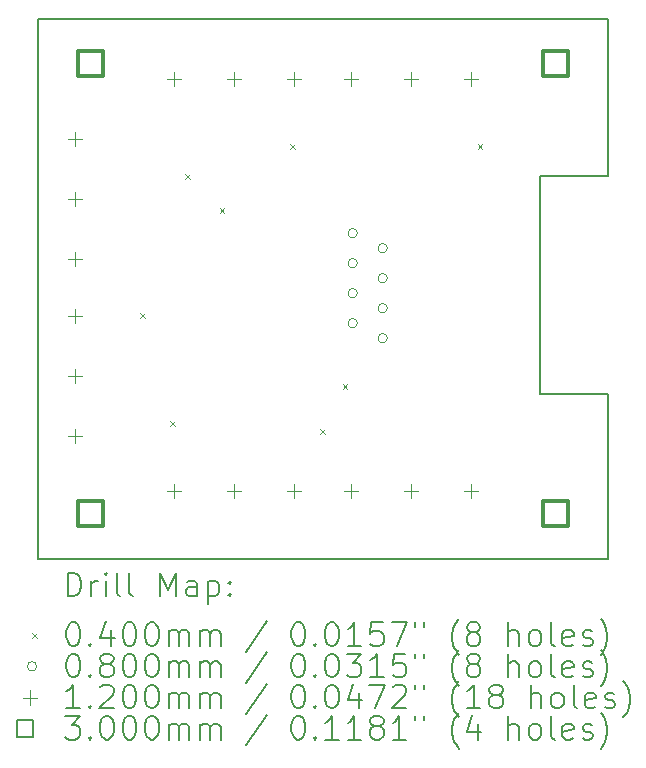
<source format=gbr>
%TF.GenerationSoftware,KiCad,Pcbnew,7.0.9*%
%TF.CreationDate,2023-12-23T15:59:39+01:00*%
%TF.ProjectId,hub-1-wire,6875622d-312d-4776-9972-652e6b696361,v1.0*%
%TF.SameCoordinates,Original*%
%TF.FileFunction,Drillmap*%
%TF.FilePolarity,Positive*%
%FSLAX45Y45*%
G04 Gerber Fmt 4.5, Leading zero omitted, Abs format (unit mm)*
G04 Created by KiCad (PCBNEW 7.0.9) date 2023-12-23 15:59:39*
%MOMM*%
%LPD*%
G01*
G04 APERTURE LIST*
%ADD10C,0.150000*%
%ADD11C,0.200000*%
%ADD12C,0.100000*%
%ADD13C,0.120000*%
%ADD14C,0.300000*%
G04 APERTURE END LIST*
D10*
X17945100Y-9753600D02*
X17945100Y-11150600D01*
X17373600Y-9753600D02*
X17945100Y-9753600D01*
X17373600Y-7912100D02*
X17373600Y-9753600D01*
X17373600Y-7912100D02*
X17945100Y-7912100D01*
X13119100Y-11150600D02*
X17945100Y-11150600D01*
X13119100Y-11150600D02*
X13119100Y-6578600D01*
X17945100Y-6578600D02*
X17945100Y-7912100D01*
X13119100Y-6578600D02*
X17945100Y-6578600D01*
D11*
D12*
X13988100Y-9073200D02*
X14028100Y-9113200D01*
X14028100Y-9073200D02*
X13988100Y-9113200D01*
X14242100Y-9987600D02*
X14282100Y-10027600D01*
X14282100Y-9987600D02*
X14242100Y-10027600D01*
X14369100Y-7892100D02*
X14409100Y-7932100D01*
X14409100Y-7892100D02*
X14369100Y-7932100D01*
X14661200Y-8184200D02*
X14701200Y-8224200D01*
X14701200Y-8184200D02*
X14661200Y-8224200D01*
X15258100Y-7638100D02*
X15298100Y-7678100D01*
X15298100Y-7638100D02*
X15258100Y-7678100D01*
X15512100Y-10051100D02*
X15552100Y-10091100D01*
X15552100Y-10051100D02*
X15512100Y-10091100D01*
X15702600Y-9670100D02*
X15742600Y-9710100D01*
X15742600Y-9670100D02*
X15702600Y-9710100D01*
X16845600Y-7638100D02*
X16885600Y-7678100D01*
X16885600Y-7638100D02*
X16845600Y-7678100D01*
X15826100Y-8394600D02*
G75*
G03*
X15826100Y-8394600I-40000J0D01*
G01*
X15826100Y-8648600D02*
G75*
G03*
X15826100Y-8648600I-40000J0D01*
G01*
X15826100Y-8902600D02*
G75*
G03*
X15826100Y-8902600I-40000J0D01*
G01*
X15826100Y-9156600D02*
G75*
G03*
X15826100Y-9156600I-40000J0D01*
G01*
X16080100Y-8521600D02*
G75*
G03*
X16080100Y-8521600I-40000J0D01*
G01*
X16080100Y-8775600D02*
G75*
G03*
X16080100Y-8775600I-40000J0D01*
G01*
X16080100Y-9029600D02*
G75*
G03*
X16080100Y-9029600I-40000J0D01*
G01*
X16080100Y-9283600D02*
G75*
G03*
X16080100Y-9283600I-40000J0D01*
G01*
D13*
X13436600Y-7534600D02*
X13436600Y-7654600D01*
X13376600Y-7594600D02*
X13496600Y-7594600D01*
X13436600Y-8042600D02*
X13436600Y-8162600D01*
X13376600Y-8102600D02*
X13496600Y-8102600D01*
X13436600Y-8550600D02*
X13436600Y-8670600D01*
X13376600Y-8610600D02*
X13496600Y-8610600D01*
X13436600Y-9033200D02*
X13436600Y-9153200D01*
X13376600Y-9093200D02*
X13496600Y-9093200D01*
X13436600Y-9541200D02*
X13436600Y-9661200D01*
X13376600Y-9601200D02*
X13496600Y-9601200D01*
X13436600Y-10049200D02*
X13436600Y-10169200D01*
X13376600Y-10109200D02*
X13496600Y-10109200D01*
X14274800Y-7026600D02*
X14274800Y-7146600D01*
X14214800Y-7086600D02*
X14334800Y-7086600D01*
X14274800Y-10519100D02*
X14274800Y-10639100D01*
X14214800Y-10579100D02*
X14334800Y-10579100D01*
X14782800Y-7026600D02*
X14782800Y-7146600D01*
X14722800Y-7086600D02*
X14842800Y-7086600D01*
X14782800Y-10519100D02*
X14782800Y-10639100D01*
X14722800Y-10579100D02*
X14842800Y-10579100D01*
X15290800Y-7026600D02*
X15290800Y-7146600D01*
X15230800Y-7086600D02*
X15350800Y-7086600D01*
X15290800Y-10519100D02*
X15290800Y-10639100D01*
X15230800Y-10579100D02*
X15350800Y-10579100D01*
X15773400Y-7026600D02*
X15773400Y-7146600D01*
X15713400Y-7086600D02*
X15833400Y-7086600D01*
X15773400Y-10519100D02*
X15773400Y-10639100D01*
X15713400Y-10579100D02*
X15833400Y-10579100D01*
X16281400Y-7026600D02*
X16281400Y-7146600D01*
X16221400Y-7086600D02*
X16341400Y-7086600D01*
X16281400Y-10519100D02*
X16281400Y-10639100D01*
X16221400Y-10579100D02*
X16341400Y-10579100D01*
X16789400Y-7026600D02*
X16789400Y-7146600D01*
X16729400Y-7086600D02*
X16849400Y-7086600D01*
X16789400Y-10519100D02*
X16789400Y-10639100D01*
X16729400Y-10579100D02*
X16849400Y-10579100D01*
D14*
X13669667Y-7065667D02*
X13669667Y-6853533D01*
X13457533Y-6853533D01*
X13457533Y-7065667D01*
X13669667Y-7065667D01*
X13669667Y-10875667D02*
X13669667Y-10663533D01*
X13457533Y-10663533D01*
X13457533Y-10875667D01*
X13669667Y-10875667D01*
X17606667Y-7065667D02*
X17606667Y-6853533D01*
X17394533Y-6853533D01*
X17394533Y-7065667D01*
X17606667Y-7065667D01*
X17606667Y-10875667D02*
X17606667Y-10663533D01*
X17394533Y-10663533D01*
X17394533Y-10875667D01*
X17606667Y-10875667D01*
D11*
X13372377Y-11469584D02*
X13372377Y-11269584D01*
X13372377Y-11269584D02*
X13419996Y-11269584D01*
X13419996Y-11269584D02*
X13448567Y-11279108D01*
X13448567Y-11279108D02*
X13467615Y-11298155D01*
X13467615Y-11298155D02*
X13477139Y-11317203D01*
X13477139Y-11317203D02*
X13486662Y-11355298D01*
X13486662Y-11355298D02*
X13486662Y-11383869D01*
X13486662Y-11383869D02*
X13477139Y-11421965D01*
X13477139Y-11421965D02*
X13467615Y-11441012D01*
X13467615Y-11441012D02*
X13448567Y-11460060D01*
X13448567Y-11460060D02*
X13419996Y-11469584D01*
X13419996Y-11469584D02*
X13372377Y-11469584D01*
X13572377Y-11469584D02*
X13572377Y-11336250D01*
X13572377Y-11374346D02*
X13581901Y-11355298D01*
X13581901Y-11355298D02*
X13591424Y-11345774D01*
X13591424Y-11345774D02*
X13610472Y-11336250D01*
X13610472Y-11336250D02*
X13629520Y-11336250D01*
X13696186Y-11469584D02*
X13696186Y-11336250D01*
X13696186Y-11269584D02*
X13686662Y-11279108D01*
X13686662Y-11279108D02*
X13696186Y-11288631D01*
X13696186Y-11288631D02*
X13705710Y-11279108D01*
X13705710Y-11279108D02*
X13696186Y-11269584D01*
X13696186Y-11269584D02*
X13696186Y-11288631D01*
X13819996Y-11469584D02*
X13800948Y-11460060D01*
X13800948Y-11460060D02*
X13791424Y-11441012D01*
X13791424Y-11441012D02*
X13791424Y-11269584D01*
X13924758Y-11469584D02*
X13905710Y-11460060D01*
X13905710Y-11460060D02*
X13896186Y-11441012D01*
X13896186Y-11441012D02*
X13896186Y-11269584D01*
X14153329Y-11469584D02*
X14153329Y-11269584D01*
X14153329Y-11269584D02*
X14219996Y-11412441D01*
X14219996Y-11412441D02*
X14286662Y-11269584D01*
X14286662Y-11269584D02*
X14286662Y-11469584D01*
X14467615Y-11469584D02*
X14467615Y-11364822D01*
X14467615Y-11364822D02*
X14458091Y-11345774D01*
X14458091Y-11345774D02*
X14439043Y-11336250D01*
X14439043Y-11336250D02*
X14400948Y-11336250D01*
X14400948Y-11336250D02*
X14381901Y-11345774D01*
X14467615Y-11460060D02*
X14448567Y-11469584D01*
X14448567Y-11469584D02*
X14400948Y-11469584D01*
X14400948Y-11469584D02*
X14381901Y-11460060D01*
X14381901Y-11460060D02*
X14372377Y-11441012D01*
X14372377Y-11441012D02*
X14372377Y-11421965D01*
X14372377Y-11421965D02*
X14381901Y-11402917D01*
X14381901Y-11402917D02*
X14400948Y-11393393D01*
X14400948Y-11393393D02*
X14448567Y-11393393D01*
X14448567Y-11393393D02*
X14467615Y-11383869D01*
X14562853Y-11336250D02*
X14562853Y-11536250D01*
X14562853Y-11345774D02*
X14581901Y-11336250D01*
X14581901Y-11336250D02*
X14619996Y-11336250D01*
X14619996Y-11336250D02*
X14639043Y-11345774D01*
X14639043Y-11345774D02*
X14648567Y-11355298D01*
X14648567Y-11355298D02*
X14658091Y-11374346D01*
X14658091Y-11374346D02*
X14658091Y-11431488D01*
X14658091Y-11431488D02*
X14648567Y-11450536D01*
X14648567Y-11450536D02*
X14639043Y-11460060D01*
X14639043Y-11460060D02*
X14619996Y-11469584D01*
X14619996Y-11469584D02*
X14581901Y-11469584D01*
X14581901Y-11469584D02*
X14562853Y-11460060D01*
X14743805Y-11450536D02*
X14753329Y-11460060D01*
X14753329Y-11460060D02*
X14743805Y-11469584D01*
X14743805Y-11469584D02*
X14734282Y-11460060D01*
X14734282Y-11460060D02*
X14743805Y-11450536D01*
X14743805Y-11450536D02*
X14743805Y-11469584D01*
X14743805Y-11345774D02*
X14753329Y-11355298D01*
X14753329Y-11355298D02*
X14743805Y-11364822D01*
X14743805Y-11364822D02*
X14734282Y-11355298D01*
X14734282Y-11355298D02*
X14743805Y-11345774D01*
X14743805Y-11345774D02*
X14743805Y-11364822D01*
D12*
X13071600Y-11778100D02*
X13111600Y-11818100D01*
X13111600Y-11778100D02*
X13071600Y-11818100D01*
D11*
X13410472Y-11689584D02*
X13429520Y-11689584D01*
X13429520Y-11689584D02*
X13448567Y-11699108D01*
X13448567Y-11699108D02*
X13458091Y-11708631D01*
X13458091Y-11708631D02*
X13467615Y-11727679D01*
X13467615Y-11727679D02*
X13477139Y-11765774D01*
X13477139Y-11765774D02*
X13477139Y-11813393D01*
X13477139Y-11813393D02*
X13467615Y-11851488D01*
X13467615Y-11851488D02*
X13458091Y-11870536D01*
X13458091Y-11870536D02*
X13448567Y-11880060D01*
X13448567Y-11880060D02*
X13429520Y-11889584D01*
X13429520Y-11889584D02*
X13410472Y-11889584D01*
X13410472Y-11889584D02*
X13391424Y-11880060D01*
X13391424Y-11880060D02*
X13381901Y-11870536D01*
X13381901Y-11870536D02*
X13372377Y-11851488D01*
X13372377Y-11851488D02*
X13362853Y-11813393D01*
X13362853Y-11813393D02*
X13362853Y-11765774D01*
X13362853Y-11765774D02*
X13372377Y-11727679D01*
X13372377Y-11727679D02*
X13381901Y-11708631D01*
X13381901Y-11708631D02*
X13391424Y-11699108D01*
X13391424Y-11699108D02*
X13410472Y-11689584D01*
X13562853Y-11870536D02*
X13572377Y-11880060D01*
X13572377Y-11880060D02*
X13562853Y-11889584D01*
X13562853Y-11889584D02*
X13553329Y-11880060D01*
X13553329Y-11880060D02*
X13562853Y-11870536D01*
X13562853Y-11870536D02*
X13562853Y-11889584D01*
X13743805Y-11756250D02*
X13743805Y-11889584D01*
X13696186Y-11680060D02*
X13648567Y-11822917D01*
X13648567Y-11822917D02*
X13772377Y-11822917D01*
X13886662Y-11689584D02*
X13905710Y-11689584D01*
X13905710Y-11689584D02*
X13924758Y-11699108D01*
X13924758Y-11699108D02*
X13934282Y-11708631D01*
X13934282Y-11708631D02*
X13943805Y-11727679D01*
X13943805Y-11727679D02*
X13953329Y-11765774D01*
X13953329Y-11765774D02*
X13953329Y-11813393D01*
X13953329Y-11813393D02*
X13943805Y-11851488D01*
X13943805Y-11851488D02*
X13934282Y-11870536D01*
X13934282Y-11870536D02*
X13924758Y-11880060D01*
X13924758Y-11880060D02*
X13905710Y-11889584D01*
X13905710Y-11889584D02*
X13886662Y-11889584D01*
X13886662Y-11889584D02*
X13867615Y-11880060D01*
X13867615Y-11880060D02*
X13858091Y-11870536D01*
X13858091Y-11870536D02*
X13848567Y-11851488D01*
X13848567Y-11851488D02*
X13839043Y-11813393D01*
X13839043Y-11813393D02*
X13839043Y-11765774D01*
X13839043Y-11765774D02*
X13848567Y-11727679D01*
X13848567Y-11727679D02*
X13858091Y-11708631D01*
X13858091Y-11708631D02*
X13867615Y-11699108D01*
X13867615Y-11699108D02*
X13886662Y-11689584D01*
X14077139Y-11689584D02*
X14096186Y-11689584D01*
X14096186Y-11689584D02*
X14115234Y-11699108D01*
X14115234Y-11699108D02*
X14124758Y-11708631D01*
X14124758Y-11708631D02*
X14134282Y-11727679D01*
X14134282Y-11727679D02*
X14143805Y-11765774D01*
X14143805Y-11765774D02*
X14143805Y-11813393D01*
X14143805Y-11813393D02*
X14134282Y-11851488D01*
X14134282Y-11851488D02*
X14124758Y-11870536D01*
X14124758Y-11870536D02*
X14115234Y-11880060D01*
X14115234Y-11880060D02*
X14096186Y-11889584D01*
X14096186Y-11889584D02*
X14077139Y-11889584D01*
X14077139Y-11889584D02*
X14058091Y-11880060D01*
X14058091Y-11880060D02*
X14048567Y-11870536D01*
X14048567Y-11870536D02*
X14039043Y-11851488D01*
X14039043Y-11851488D02*
X14029520Y-11813393D01*
X14029520Y-11813393D02*
X14029520Y-11765774D01*
X14029520Y-11765774D02*
X14039043Y-11727679D01*
X14039043Y-11727679D02*
X14048567Y-11708631D01*
X14048567Y-11708631D02*
X14058091Y-11699108D01*
X14058091Y-11699108D02*
X14077139Y-11689584D01*
X14229520Y-11889584D02*
X14229520Y-11756250D01*
X14229520Y-11775298D02*
X14239043Y-11765774D01*
X14239043Y-11765774D02*
X14258091Y-11756250D01*
X14258091Y-11756250D02*
X14286663Y-11756250D01*
X14286663Y-11756250D02*
X14305710Y-11765774D01*
X14305710Y-11765774D02*
X14315234Y-11784822D01*
X14315234Y-11784822D02*
X14315234Y-11889584D01*
X14315234Y-11784822D02*
X14324758Y-11765774D01*
X14324758Y-11765774D02*
X14343805Y-11756250D01*
X14343805Y-11756250D02*
X14372377Y-11756250D01*
X14372377Y-11756250D02*
X14391424Y-11765774D01*
X14391424Y-11765774D02*
X14400948Y-11784822D01*
X14400948Y-11784822D02*
X14400948Y-11889584D01*
X14496186Y-11889584D02*
X14496186Y-11756250D01*
X14496186Y-11775298D02*
X14505710Y-11765774D01*
X14505710Y-11765774D02*
X14524758Y-11756250D01*
X14524758Y-11756250D02*
X14553329Y-11756250D01*
X14553329Y-11756250D02*
X14572377Y-11765774D01*
X14572377Y-11765774D02*
X14581901Y-11784822D01*
X14581901Y-11784822D02*
X14581901Y-11889584D01*
X14581901Y-11784822D02*
X14591424Y-11765774D01*
X14591424Y-11765774D02*
X14610472Y-11756250D01*
X14610472Y-11756250D02*
X14639043Y-11756250D01*
X14639043Y-11756250D02*
X14658091Y-11765774D01*
X14658091Y-11765774D02*
X14667615Y-11784822D01*
X14667615Y-11784822D02*
X14667615Y-11889584D01*
X15058091Y-11680060D02*
X14886663Y-11937203D01*
X15315234Y-11689584D02*
X15334282Y-11689584D01*
X15334282Y-11689584D02*
X15353329Y-11699108D01*
X15353329Y-11699108D02*
X15362853Y-11708631D01*
X15362853Y-11708631D02*
X15372377Y-11727679D01*
X15372377Y-11727679D02*
X15381901Y-11765774D01*
X15381901Y-11765774D02*
X15381901Y-11813393D01*
X15381901Y-11813393D02*
X15372377Y-11851488D01*
X15372377Y-11851488D02*
X15362853Y-11870536D01*
X15362853Y-11870536D02*
X15353329Y-11880060D01*
X15353329Y-11880060D02*
X15334282Y-11889584D01*
X15334282Y-11889584D02*
X15315234Y-11889584D01*
X15315234Y-11889584D02*
X15296186Y-11880060D01*
X15296186Y-11880060D02*
X15286663Y-11870536D01*
X15286663Y-11870536D02*
X15277139Y-11851488D01*
X15277139Y-11851488D02*
X15267615Y-11813393D01*
X15267615Y-11813393D02*
X15267615Y-11765774D01*
X15267615Y-11765774D02*
X15277139Y-11727679D01*
X15277139Y-11727679D02*
X15286663Y-11708631D01*
X15286663Y-11708631D02*
X15296186Y-11699108D01*
X15296186Y-11699108D02*
X15315234Y-11689584D01*
X15467615Y-11870536D02*
X15477139Y-11880060D01*
X15477139Y-11880060D02*
X15467615Y-11889584D01*
X15467615Y-11889584D02*
X15458091Y-11880060D01*
X15458091Y-11880060D02*
X15467615Y-11870536D01*
X15467615Y-11870536D02*
X15467615Y-11889584D01*
X15600948Y-11689584D02*
X15619996Y-11689584D01*
X15619996Y-11689584D02*
X15639044Y-11699108D01*
X15639044Y-11699108D02*
X15648567Y-11708631D01*
X15648567Y-11708631D02*
X15658091Y-11727679D01*
X15658091Y-11727679D02*
X15667615Y-11765774D01*
X15667615Y-11765774D02*
X15667615Y-11813393D01*
X15667615Y-11813393D02*
X15658091Y-11851488D01*
X15658091Y-11851488D02*
X15648567Y-11870536D01*
X15648567Y-11870536D02*
X15639044Y-11880060D01*
X15639044Y-11880060D02*
X15619996Y-11889584D01*
X15619996Y-11889584D02*
X15600948Y-11889584D01*
X15600948Y-11889584D02*
X15581901Y-11880060D01*
X15581901Y-11880060D02*
X15572377Y-11870536D01*
X15572377Y-11870536D02*
X15562853Y-11851488D01*
X15562853Y-11851488D02*
X15553329Y-11813393D01*
X15553329Y-11813393D02*
X15553329Y-11765774D01*
X15553329Y-11765774D02*
X15562853Y-11727679D01*
X15562853Y-11727679D02*
X15572377Y-11708631D01*
X15572377Y-11708631D02*
X15581901Y-11699108D01*
X15581901Y-11699108D02*
X15600948Y-11689584D01*
X15858091Y-11889584D02*
X15743806Y-11889584D01*
X15800948Y-11889584D02*
X15800948Y-11689584D01*
X15800948Y-11689584D02*
X15781901Y-11718155D01*
X15781901Y-11718155D02*
X15762853Y-11737203D01*
X15762853Y-11737203D02*
X15743806Y-11746727D01*
X16039044Y-11689584D02*
X15943806Y-11689584D01*
X15943806Y-11689584D02*
X15934282Y-11784822D01*
X15934282Y-11784822D02*
X15943806Y-11775298D01*
X15943806Y-11775298D02*
X15962853Y-11765774D01*
X15962853Y-11765774D02*
X16010472Y-11765774D01*
X16010472Y-11765774D02*
X16029520Y-11775298D01*
X16029520Y-11775298D02*
X16039044Y-11784822D01*
X16039044Y-11784822D02*
X16048567Y-11803869D01*
X16048567Y-11803869D02*
X16048567Y-11851488D01*
X16048567Y-11851488D02*
X16039044Y-11870536D01*
X16039044Y-11870536D02*
X16029520Y-11880060D01*
X16029520Y-11880060D02*
X16010472Y-11889584D01*
X16010472Y-11889584D02*
X15962853Y-11889584D01*
X15962853Y-11889584D02*
X15943806Y-11880060D01*
X15943806Y-11880060D02*
X15934282Y-11870536D01*
X16115234Y-11689584D02*
X16248567Y-11689584D01*
X16248567Y-11689584D02*
X16162853Y-11889584D01*
X16315234Y-11689584D02*
X16315234Y-11727679D01*
X16391425Y-11689584D02*
X16391425Y-11727679D01*
X16686663Y-11965774D02*
X16677139Y-11956250D01*
X16677139Y-11956250D02*
X16658091Y-11927679D01*
X16658091Y-11927679D02*
X16648568Y-11908631D01*
X16648568Y-11908631D02*
X16639044Y-11880060D01*
X16639044Y-11880060D02*
X16629520Y-11832441D01*
X16629520Y-11832441D02*
X16629520Y-11794346D01*
X16629520Y-11794346D02*
X16639044Y-11746727D01*
X16639044Y-11746727D02*
X16648568Y-11718155D01*
X16648568Y-11718155D02*
X16658091Y-11699108D01*
X16658091Y-11699108D02*
X16677139Y-11670536D01*
X16677139Y-11670536D02*
X16686663Y-11661012D01*
X16791425Y-11775298D02*
X16772377Y-11765774D01*
X16772377Y-11765774D02*
X16762853Y-11756250D01*
X16762853Y-11756250D02*
X16753329Y-11737203D01*
X16753329Y-11737203D02*
X16753329Y-11727679D01*
X16753329Y-11727679D02*
X16762853Y-11708631D01*
X16762853Y-11708631D02*
X16772377Y-11699108D01*
X16772377Y-11699108D02*
X16791425Y-11689584D01*
X16791425Y-11689584D02*
X16829520Y-11689584D01*
X16829520Y-11689584D02*
X16848568Y-11699108D01*
X16848568Y-11699108D02*
X16858091Y-11708631D01*
X16858091Y-11708631D02*
X16867615Y-11727679D01*
X16867615Y-11727679D02*
X16867615Y-11737203D01*
X16867615Y-11737203D02*
X16858091Y-11756250D01*
X16858091Y-11756250D02*
X16848568Y-11765774D01*
X16848568Y-11765774D02*
X16829520Y-11775298D01*
X16829520Y-11775298D02*
X16791425Y-11775298D01*
X16791425Y-11775298D02*
X16772377Y-11784822D01*
X16772377Y-11784822D02*
X16762853Y-11794346D01*
X16762853Y-11794346D02*
X16753329Y-11813393D01*
X16753329Y-11813393D02*
X16753329Y-11851488D01*
X16753329Y-11851488D02*
X16762853Y-11870536D01*
X16762853Y-11870536D02*
X16772377Y-11880060D01*
X16772377Y-11880060D02*
X16791425Y-11889584D01*
X16791425Y-11889584D02*
X16829520Y-11889584D01*
X16829520Y-11889584D02*
X16848568Y-11880060D01*
X16848568Y-11880060D02*
X16858091Y-11870536D01*
X16858091Y-11870536D02*
X16867615Y-11851488D01*
X16867615Y-11851488D02*
X16867615Y-11813393D01*
X16867615Y-11813393D02*
X16858091Y-11794346D01*
X16858091Y-11794346D02*
X16848568Y-11784822D01*
X16848568Y-11784822D02*
X16829520Y-11775298D01*
X17105711Y-11889584D02*
X17105711Y-11689584D01*
X17191425Y-11889584D02*
X17191425Y-11784822D01*
X17191425Y-11784822D02*
X17181901Y-11765774D01*
X17181901Y-11765774D02*
X17162853Y-11756250D01*
X17162853Y-11756250D02*
X17134282Y-11756250D01*
X17134282Y-11756250D02*
X17115234Y-11765774D01*
X17115234Y-11765774D02*
X17105711Y-11775298D01*
X17315234Y-11889584D02*
X17296187Y-11880060D01*
X17296187Y-11880060D02*
X17286663Y-11870536D01*
X17286663Y-11870536D02*
X17277139Y-11851488D01*
X17277139Y-11851488D02*
X17277139Y-11794346D01*
X17277139Y-11794346D02*
X17286663Y-11775298D01*
X17286663Y-11775298D02*
X17296187Y-11765774D01*
X17296187Y-11765774D02*
X17315234Y-11756250D01*
X17315234Y-11756250D02*
X17343806Y-11756250D01*
X17343806Y-11756250D02*
X17362853Y-11765774D01*
X17362853Y-11765774D02*
X17372377Y-11775298D01*
X17372377Y-11775298D02*
X17381901Y-11794346D01*
X17381901Y-11794346D02*
X17381901Y-11851488D01*
X17381901Y-11851488D02*
X17372377Y-11870536D01*
X17372377Y-11870536D02*
X17362853Y-11880060D01*
X17362853Y-11880060D02*
X17343806Y-11889584D01*
X17343806Y-11889584D02*
X17315234Y-11889584D01*
X17496187Y-11889584D02*
X17477139Y-11880060D01*
X17477139Y-11880060D02*
X17467615Y-11861012D01*
X17467615Y-11861012D02*
X17467615Y-11689584D01*
X17648568Y-11880060D02*
X17629520Y-11889584D01*
X17629520Y-11889584D02*
X17591425Y-11889584D01*
X17591425Y-11889584D02*
X17572377Y-11880060D01*
X17572377Y-11880060D02*
X17562853Y-11861012D01*
X17562853Y-11861012D02*
X17562853Y-11784822D01*
X17562853Y-11784822D02*
X17572377Y-11765774D01*
X17572377Y-11765774D02*
X17591425Y-11756250D01*
X17591425Y-11756250D02*
X17629520Y-11756250D01*
X17629520Y-11756250D02*
X17648568Y-11765774D01*
X17648568Y-11765774D02*
X17658092Y-11784822D01*
X17658092Y-11784822D02*
X17658092Y-11803869D01*
X17658092Y-11803869D02*
X17562853Y-11822917D01*
X17734282Y-11880060D02*
X17753330Y-11889584D01*
X17753330Y-11889584D02*
X17791425Y-11889584D01*
X17791425Y-11889584D02*
X17810473Y-11880060D01*
X17810473Y-11880060D02*
X17819996Y-11861012D01*
X17819996Y-11861012D02*
X17819996Y-11851488D01*
X17819996Y-11851488D02*
X17810473Y-11832441D01*
X17810473Y-11832441D02*
X17791425Y-11822917D01*
X17791425Y-11822917D02*
X17762853Y-11822917D01*
X17762853Y-11822917D02*
X17743806Y-11813393D01*
X17743806Y-11813393D02*
X17734282Y-11794346D01*
X17734282Y-11794346D02*
X17734282Y-11784822D01*
X17734282Y-11784822D02*
X17743806Y-11765774D01*
X17743806Y-11765774D02*
X17762853Y-11756250D01*
X17762853Y-11756250D02*
X17791425Y-11756250D01*
X17791425Y-11756250D02*
X17810473Y-11765774D01*
X17886663Y-11965774D02*
X17896187Y-11956250D01*
X17896187Y-11956250D02*
X17915234Y-11927679D01*
X17915234Y-11927679D02*
X17924758Y-11908631D01*
X17924758Y-11908631D02*
X17934282Y-11880060D01*
X17934282Y-11880060D02*
X17943806Y-11832441D01*
X17943806Y-11832441D02*
X17943806Y-11794346D01*
X17943806Y-11794346D02*
X17934282Y-11746727D01*
X17934282Y-11746727D02*
X17924758Y-11718155D01*
X17924758Y-11718155D02*
X17915234Y-11699108D01*
X17915234Y-11699108D02*
X17896187Y-11670536D01*
X17896187Y-11670536D02*
X17886663Y-11661012D01*
D12*
X13111600Y-12062100D02*
G75*
G03*
X13111600Y-12062100I-40000J0D01*
G01*
D11*
X13410472Y-11953584D02*
X13429520Y-11953584D01*
X13429520Y-11953584D02*
X13448567Y-11963108D01*
X13448567Y-11963108D02*
X13458091Y-11972631D01*
X13458091Y-11972631D02*
X13467615Y-11991679D01*
X13467615Y-11991679D02*
X13477139Y-12029774D01*
X13477139Y-12029774D02*
X13477139Y-12077393D01*
X13477139Y-12077393D02*
X13467615Y-12115488D01*
X13467615Y-12115488D02*
X13458091Y-12134536D01*
X13458091Y-12134536D02*
X13448567Y-12144060D01*
X13448567Y-12144060D02*
X13429520Y-12153584D01*
X13429520Y-12153584D02*
X13410472Y-12153584D01*
X13410472Y-12153584D02*
X13391424Y-12144060D01*
X13391424Y-12144060D02*
X13381901Y-12134536D01*
X13381901Y-12134536D02*
X13372377Y-12115488D01*
X13372377Y-12115488D02*
X13362853Y-12077393D01*
X13362853Y-12077393D02*
X13362853Y-12029774D01*
X13362853Y-12029774D02*
X13372377Y-11991679D01*
X13372377Y-11991679D02*
X13381901Y-11972631D01*
X13381901Y-11972631D02*
X13391424Y-11963108D01*
X13391424Y-11963108D02*
X13410472Y-11953584D01*
X13562853Y-12134536D02*
X13572377Y-12144060D01*
X13572377Y-12144060D02*
X13562853Y-12153584D01*
X13562853Y-12153584D02*
X13553329Y-12144060D01*
X13553329Y-12144060D02*
X13562853Y-12134536D01*
X13562853Y-12134536D02*
X13562853Y-12153584D01*
X13686662Y-12039298D02*
X13667615Y-12029774D01*
X13667615Y-12029774D02*
X13658091Y-12020250D01*
X13658091Y-12020250D02*
X13648567Y-12001203D01*
X13648567Y-12001203D02*
X13648567Y-11991679D01*
X13648567Y-11991679D02*
X13658091Y-11972631D01*
X13658091Y-11972631D02*
X13667615Y-11963108D01*
X13667615Y-11963108D02*
X13686662Y-11953584D01*
X13686662Y-11953584D02*
X13724758Y-11953584D01*
X13724758Y-11953584D02*
X13743805Y-11963108D01*
X13743805Y-11963108D02*
X13753329Y-11972631D01*
X13753329Y-11972631D02*
X13762853Y-11991679D01*
X13762853Y-11991679D02*
X13762853Y-12001203D01*
X13762853Y-12001203D02*
X13753329Y-12020250D01*
X13753329Y-12020250D02*
X13743805Y-12029774D01*
X13743805Y-12029774D02*
X13724758Y-12039298D01*
X13724758Y-12039298D02*
X13686662Y-12039298D01*
X13686662Y-12039298D02*
X13667615Y-12048822D01*
X13667615Y-12048822D02*
X13658091Y-12058346D01*
X13658091Y-12058346D02*
X13648567Y-12077393D01*
X13648567Y-12077393D02*
X13648567Y-12115488D01*
X13648567Y-12115488D02*
X13658091Y-12134536D01*
X13658091Y-12134536D02*
X13667615Y-12144060D01*
X13667615Y-12144060D02*
X13686662Y-12153584D01*
X13686662Y-12153584D02*
X13724758Y-12153584D01*
X13724758Y-12153584D02*
X13743805Y-12144060D01*
X13743805Y-12144060D02*
X13753329Y-12134536D01*
X13753329Y-12134536D02*
X13762853Y-12115488D01*
X13762853Y-12115488D02*
X13762853Y-12077393D01*
X13762853Y-12077393D02*
X13753329Y-12058346D01*
X13753329Y-12058346D02*
X13743805Y-12048822D01*
X13743805Y-12048822D02*
X13724758Y-12039298D01*
X13886662Y-11953584D02*
X13905710Y-11953584D01*
X13905710Y-11953584D02*
X13924758Y-11963108D01*
X13924758Y-11963108D02*
X13934282Y-11972631D01*
X13934282Y-11972631D02*
X13943805Y-11991679D01*
X13943805Y-11991679D02*
X13953329Y-12029774D01*
X13953329Y-12029774D02*
X13953329Y-12077393D01*
X13953329Y-12077393D02*
X13943805Y-12115488D01*
X13943805Y-12115488D02*
X13934282Y-12134536D01*
X13934282Y-12134536D02*
X13924758Y-12144060D01*
X13924758Y-12144060D02*
X13905710Y-12153584D01*
X13905710Y-12153584D02*
X13886662Y-12153584D01*
X13886662Y-12153584D02*
X13867615Y-12144060D01*
X13867615Y-12144060D02*
X13858091Y-12134536D01*
X13858091Y-12134536D02*
X13848567Y-12115488D01*
X13848567Y-12115488D02*
X13839043Y-12077393D01*
X13839043Y-12077393D02*
X13839043Y-12029774D01*
X13839043Y-12029774D02*
X13848567Y-11991679D01*
X13848567Y-11991679D02*
X13858091Y-11972631D01*
X13858091Y-11972631D02*
X13867615Y-11963108D01*
X13867615Y-11963108D02*
X13886662Y-11953584D01*
X14077139Y-11953584D02*
X14096186Y-11953584D01*
X14096186Y-11953584D02*
X14115234Y-11963108D01*
X14115234Y-11963108D02*
X14124758Y-11972631D01*
X14124758Y-11972631D02*
X14134282Y-11991679D01*
X14134282Y-11991679D02*
X14143805Y-12029774D01*
X14143805Y-12029774D02*
X14143805Y-12077393D01*
X14143805Y-12077393D02*
X14134282Y-12115488D01*
X14134282Y-12115488D02*
X14124758Y-12134536D01*
X14124758Y-12134536D02*
X14115234Y-12144060D01*
X14115234Y-12144060D02*
X14096186Y-12153584D01*
X14096186Y-12153584D02*
X14077139Y-12153584D01*
X14077139Y-12153584D02*
X14058091Y-12144060D01*
X14058091Y-12144060D02*
X14048567Y-12134536D01*
X14048567Y-12134536D02*
X14039043Y-12115488D01*
X14039043Y-12115488D02*
X14029520Y-12077393D01*
X14029520Y-12077393D02*
X14029520Y-12029774D01*
X14029520Y-12029774D02*
X14039043Y-11991679D01*
X14039043Y-11991679D02*
X14048567Y-11972631D01*
X14048567Y-11972631D02*
X14058091Y-11963108D01*
X14058091Y-11963108D02*
X14077139Y-11953584D01*
X14229520Y-12153584D02*
X14229520Y-12020250D01*
X14229520Y-12039298D02*
X14239043Y-12029774D01*
X14239043Y-12029774D02*
X14258091Y-12020250D01*
X14258091Y-12020250D02*
X14286663Y-12020250D01*
X14286663Y-12020250D02*
X14305710Y-12029774D01*
X14305710Y-12029774D02*
X14315234Y-12048822D01*
X14315234Y-12048822D02*
X14315234Y-12153584D01*
X14315234Y-12048822D02*
X14324758Y-12029774D01*
X14324758Y-12029774D02*
X14343805Y-12020250D01*
X14343805Y-12020250D02*
X14372377Y-12020250D01*
X14372377Y-12020250D02*
X14391424Y-12029774D01*
X14391424Y-12029774D02*
X14400948Y-12048822D01*
X14400948Y-12048822D02*
X14400948Y-12153584D01*
X14496186Y-12153584D02*
X14496186Y-12020250D01*
X14496186Y-12039298D02*
X14505710Y-12029774D01*
X14505710Y-12029774D02*
X14524758Y-12020250D01*
X14524758Y-12020250D02*
X14553329Y-12020250D01*
X14553329Y-12020250D02*
X14572377Y-12029774D01*
X14572377Y-12029774D02*
X14581901Y-12048822D01*
X14581901Y-12048822D02*
X14581901Y-12153584D01*
X14581901Y-12048822D02*
X14591424Y-12029774D01*
X14591424Y-12029774D02*
X14610472Y-12020250D01*
X14610472Y-12020250D02*
X14639043Y-12020250D01*
X14639043Y-12020250D02*
X14658091Y-12029774D01*
X14658091Y-12029774D02*
X14667615Y-12048822D01*
X14667615Y-12048822D02*
X14667615Y-12153584D01*
X15058091Y-11944060D02*
X14886663Y-12201203D01*
X15315234Y-11953584D02*
X15334282Y-11953584D01*
X15334282Y-11953584D02*
X15353329Y-11963108D01*
X15353329Y-11963108D02*
X15362853Y-11972631D01*
X15362853Y-11972631D02*
X15372377Y-11991679D01*
X15372377Y-11991679D02*
X15381901Y-12029774D01*
X15381901Y-12029774D02*
X15381901Y-12077393D01*
X15381901Y-12077393D02*
X15372377Y-12115488D01*
X15372377Y-12115488D02*
X15362853Y-12134536D01*
X15362853Y-12134536D02*
X15353329Y-12144060D01*
X15353329Y-12144060D02*
X15334282Y-12153584D01*
X15334282Y-12153584D02*
X15315234Y-12153584D01*
X15315234Y-12153584D02*
X15296186Y-12144060D01*
X15296186Y-12144060D02*
X15286663Y-12134536D01*
X15286663Y-12134536D02*
X15277139Y-12115488D01*
X15277139Y-12115488D02*
X15267615Y-12077393D01*
X15267615Y-12077393D02*
X15267615Y-12029774D01*
X15267615Y-12029774D02*
X15277139Y-11991679D01*
X15277139Y-11991679D02*
X15286663Y-11972631D01*
X15286663Y-11972631D02*
X15296186Y-11963108D01*
X15296186Y-11963108D02*
X15315234Y-11953584D01*
X15467615Y-12134536D02*
X15477139Y-12144060D01*
X15477139Y-12144060D02*
X15467615Y-12153584D01*
X15467615Y-12153584D02*
X15458091Y-12144060D01*
X15458091Y-12144060D02*
X15467615Y-12134536D01*
X15467615Y-12134536D02*
X15467615Y-12153584D01*
X15600948Y-11953584D02*
X15619996Y-11953584D01*
X15619996Y-11953584D02*
X15639044Y-11963108D01*
X15639044Y-11963108D02*
X15648567Y-11972631D01*
X15648567Y-11972631D02*
X15658091Y-11991679D01*
X15658091Y-11991679D02*
X15667615Y-12029774D01*
X15667615Y-12029774D02*
X15667615Y-12077393D01*
X15667615Y-12077393D02*
X15658091Y-12115488D01*
X15658091Y-12115488D02*
X15648567Y-12134536D01*
X15648567Y-12134536D02*
X15639044Y-12144060D01*
X15639044Y-12144060D02*
X15619996Y-12153584D01*
X15619996Y-12153584D02*
X15600948Y-12153584D01*
X15600948Y-12153584D02*
X15581901Y-12144060D01*
X15581901Y-12144060D02*
X15572377Y-12134536D01*
X15572377Y-12134536D02*
X15562853Y-12115488D01*
X15562853Y-12115488D02*
X15553329Y-12077393D01*
X15553329Y-12077393D02*
X15553329Y-12029774D01*
X15553329Y-12029774D02*
X15562853Y-11991679D01*
X15562853Y-11991679D02*
X15572377Y-11972631D01*
X15572377Y-11972631D02*
X15581901Y-11963108D01*
X15581901Y-11963108D02*
X15600948Y-11953584D01*
X15734282Y-11953584D02*
X15858091Y-11953584D01*
X15858091Y-11953584D02*
X15791425Y-12029774D01*
X15791425Y-12029774D02*
X15819996Y-12029774D01*
X15819996Y-12029774D02*
X15839044Y-12039298D01*
X15839044Y-12039298D02*
X15848567Y-12048822D01*
X15848567Y-12048822D02*
X15858091Y-12067869D01*
X15858091Y-12067869D02*
X15858091Y-12115488D01*
X15858091Y-12115488D02*
X15848567Y-12134536D01*
X15848567Y-12134536D02*
X15839044Y-12144060D01*
X15839044Y-12144060D02*
X15819996Y-12153584D01*
X15819996Y-12153584D02*
X15762853Y-12153584D01*
X15762853Y-12153584D02*
X15743806Y-12144060D01*
X15743806Y-12144060D02*
X15734282Y-12134536D01*
X16048567Y-12153584D02*
X15934282Y-12153584D01*
X15991425Y-12153584D02*
X15991425Y-11953584D01*
X15991425Y-11953584D02*
X15972377Y-11982155D01*
X15972377Y-11982155D02*
X15953329Y-12001203D01*
X15953329Y-12001203D02*
X15934282Y-12010727D01*
X16229520Y-11953584D02*
X16134282Y-11953584D01*
X16134282Y-11953584D02*
X16124758Y-12048822D01*
X16124758Y-12048822D02*
X16134282Y-12039298D01*
X16134282Y-12039298D02*
X16153329Y-12029774D01*
X16153329Y-12029774D02*
X16200948Y-12029774D01*
X16200948Y-12029774D02*
X16219996Y-12039298D01*
X16219996Y-12039298D02*
X16229520Y-12048822D01*
X16229520Y-12048822D02*
X16239044Y-12067869D01*
X16239044Y-12067869D02*
X16239044Y-12115488D01*
X16239044Y-12115488D02*
X16229520Y-12134536D01*
X16229520Y-12134536D02*
X16219996Y-12144060D01*
X16219996Y-12144060D02*
X16200948Y-12153584D01*
X16200948Y-12153584D02*
X16153329Y-12153584D01*
X16153329Y-12153584D02*
X16134282Y-12144060D01*
X16134282Y-12144060D02*
X16124758Y-12134536D01*
X16315234Y-11953584D02*
X16315234Y-11991679D01*
X16391425Y-11953584D02*
X16391425Y-11991679D01*
X16686663Y-12229774D02*
X16677139Y-12220250D01*
X16677139Y-12220250D02*
X16658091Y-12191679D01*
X16658091Y-12191679D02*
X16648568Y-12172631D01*
X16648568Y-12172631D02*
X16639044Y-12144060D01*
X16639044Y-12144060D02*
X16629520Y-12096441D01*
X16629520Y-12096441D02*
X16629520Y-12058346D01*
X16629520Y-12058346D02*
X16639044Y-12010727D01*
X16639044Y-12010727D02*
X16648568Y-11982155D01*
X16648568Y-11982155D02*
X16658091Y-11963108D01*
X16658091Y-11963108D02*
X16677139Y-11934536D01*
X16677139Y-11934536D02*
X16686663Y-11925012D01*
X16791425Y-12039298D02*
X16772377Y-12029774D01*
X16772377Y-12029774D02*
X16762853Y-12020250D01*
X16762853Y-12020250D02*
X16753329Y-12001203D01*
X16753329Y-12001203D02*
X16753329Y-11991679D01*
X16753329Y-11991679D02*
X16762853Y-11972631D01*
X16762853Y-11972631D02*
X16772377Y-11963108D01*
X16772377Y-11963108D02*
X16791425Y-11953584D01*
X16791425Y-11953584D02*
X16829520Y-11953584D01*
X16829520Y-11953584D02*
X16848568Y-11963108D01*
X16848568Y-11963108D02*
X16858091Y-11972631D01*
X16858091Y-11972631D02*
X16867615Y-11991679D01*
X16867615Y-11991679D02*
X16867615Y-12001203D01*
X16867615Y-12001203D02*
X16858091Y-12020250D01*
X16858091Y-12020250D02*
X16848568Y-12029774D01*
X16848568Y-12029774D02*
X16829520Y-12039298D01*
X16829520Y-12039298D02*
X16791425Y-12039298D01*
X16791425Y-12039298D02*
X16772377Y-12048822D01*
X16772377Y-12048822D02*
X16762853Y-12058346D01*
X16762853Y-12058346D02*
X16753329Y-12077393D01*
X16753329Y-12077393D02*
X16753329Y-12115488D01*
X16753329Y-12115488D02*
X16762853Y-12134536D01*
X16762853Y-12134536D02*
X16772377Y-12144060D01*
X16772377Y-12144060D02*
X16791425Y-12153584D01*
X16791425Y-12153584D02*
X16829520Y-12153584D01*
X16829520Y-12153584D02*
X16848568Y-12144060D01*
X16848568Y-12144060D02*
X16858091Y-12134536D01*
X16858091Y-12134536D02*
X16867615Y-12115488D01*
X16867615Y-12115488D02*
X16867615Y-12077393D01*
X16867615Y-12077393D02*
X16858091Y-12058346D01*
X16858091Y-12058346D02*
X16848568Y-12048822D01*
X16848568Y-12048822D02*
X16829520Y-12039298D01*
X17105711Y-12153584D02*
X17105711Y-11953584D01*
X17191425Y-12153584D02*
X17191425Y-12048822D01*
X17191425Y-12048822D02*
X17181901Y-12029774D01*
X17181901Y-12029774D02*
X17162853Y-12020250D01*
X17162853Y-12020250D02*
X17134282Y-12020250D01*
X17134282Y-12020250D02*
X17115234Y-12029774D01*
X17115234Y-12029774D02*
X17105711Y-12039298D01*
X17315234Y-12153584D02*
X17296187Y-12144060D01*
X17296187Y-12144060D02*
X17286663Y-12134536D01*
X17286663Y-12134536D02*
X17277139Y-12115488D01*
X17277139Y-12115488D02*
X17277139Y-12058346D01*
X17277139Y-12058346D02*
X17286663Y-12039298D01*
X17286663Y-12039298D02*
X17296187Y-12029774D01*
X17296187Y-12029774D02*
X17315234Y-12020250D01*
X17315234Y-12020250D02*
X17343806Y-12020250D01*
X17343806Y-12020250D02*
X17362853Y-12029774D01*
X17362853Y-12029774D02*
X17372377Y-12039298D01*
X17372377Y-12039298D02*
X17381901Y-12058346D01*
X17381901Y-12058346D02*
X17381901Y-12115488D01*
X17381901Y-12115488D02*
X17372377Y-12134536D01*
X17372377Y-12134536D02*
X17362853Y-12144060D01*
X17362853Y-12144060D02*
X17343806Y-12153584D01*
X17343806Y-12153584D02*
X17315234Y-12153584D01*
X17496187Y-12153584D02*
X17477139Y-12144060D01*
X17477139Y-12144060D02*
X17467615Y-12125012D01*
X17467615Y-12125012D02*
X17467615Y-11953584D01*
X17648568Y-12144060D02*
X17629520Y-12153584D01*
X17629520Y-12153584D02*
X17591425Y-12153584D01*
X17591425Y-12153584D02*
X17572377Y-12144060D01*
X17572377Y-12144060D02*
X17562853Y-12125012D01*
X17562853Y-12125012D02*
X17562853Y-12048822D01*
X17562853Y-12048822D02*
X17572377Y-12029774D01*
X17572377Y-12029774D02*
X17591425Y-12020250D01*
X17591425Y-12020250D02*
X17629520Y-12020250D01*
X17629520Y-12020250D02*
X17648568Y-12029774D01*
X17648568Y-12029774D02*
X17658092Y-12048822D01*
X17658092Y-12048822D02*
X17658092Y-12067869D01*
X17658092Y-12067869D02*
X17562853Y-12086917D01*
X17734282Y-12144060D02*
X17753330Y-12153584D01*
X17753330Y-12153584D02*
X17791425Y-12153584D01*
X17791425Y-12153584D02*
X17810473Y-12144060D01*
X17810473Y-12144060D02*
X17819996Y-12125012D01*
X17819996Y-12125012D02*
X17819996Y-12115488D01*
X17819996Y-12115488D02*
X17810473Y-12096441D01*
X17810473Y-12096441D02*
X17791425Y-12086917D01*
X17791425Y-12086917D02*
X17762853Y-12086917D01*
X17762853Y-12086917D02*
X17743806Y-12077393D01*
X17743806Y-12077393D02*
X17734282Y-12058346D01*
X17734282Y-12058346D02*
X17734282Y-12048822D01*
X17734282Y-12048822D02*
X17743806Y-12029774D01*
X17743806Y-12029774D02*
X17762853Y-12020250D01*
X17762853Y-12020250D02*
X17791425Y-12020250D01*
X17791425Y-12020250D02*
X17810473Y-12029774D01*
X17886663Y-12229774D02*
X17896187Y-12220250D01*
X17896187Y-12220250D02*
X17915234Y-12191679D01*
X17915234Y-12191679D02*
X17924758Y-12172631D01*
X17924758Y-12172631D02*
X17934282Y-12144060D01*
X17934282Y-12144060D02*
X17943806Y-12096441D01*
X17943806Y-12096441D02*
X17943806Y-12058346D01*
X17943806Y-12058346D02*
X17934282Y-12010727D01*
X17934282Y-12010727D02*
X17924758Y-11982155D01*
X17924758Y-11982155D02*
X17915234Y-11963108D01*
X17915234Y-11963108D02*
X17896187Y-11934536D01*
X17896187Y-11934536D02*
X17886663Y-11925012D01*
D13*
X13051600Y-12266100D02*
X13051600Y-12386100D01*
X12991600Y-12326100D02*
X13111600Y-12326100D01*
D11*
X13477139Y-12417584D02*
X13362853Y-12417584D01*
X13419996Y-12417584D02*
X13419996Y-12217584D01*
X13419996Y-12217584D02*
X13400948Y-12246155D01*
X13400948Y-12246155D02*
X13381901Y-12265203D01*
X13381901Y-12265203D02*
X13362853Y-12274727D01*
X13562853Y-12398536D02*
X13572377Y-12408060D01*
X13572377Y-12408060D02*
X13562853Y-12417584D01*
X13562853Y-12417584D02*
X13553329Y-12408060D01*
X13553329Y-12408060D02*
X13562853Y-12398536D01*
X13562853Y-12398536D02*
X13562853Y-12417584D01*
X13648567Y-12236631D02*
X13658091Y-12227108D01*
X13658091Y-12227108D02*
X13677139Y-12217584D01*
X13677139Y-12217584D02*
X13724758Y-12217584D01*
X13724758Y-12217584D02*
X13743805Y-12227108D01*
X13743805Y-12227108D02*
X13753329Y-12236631D01*
X13753329Y-12236631D02*
X13762853Y-12255679D01*
X13762853Y-12255679D02*
X13762853Y-12274727D01*
X13762853Y-12274727D02*
X13753329Y-12303298D01*
X13753329Y-12303298D02*
X13639043Y-12417584D01*
X13639043Y-12417584D02*
X13762853Y-12417584D01*
X13886662Y-12217584D02*
X13905710Y-12217584D01*
X13905710Y-12217584D02*
X13924758Y-12227108D01*
X13924758Y-12227108D02*
X13934282Y-12236631D01*
X13934282Y-12236631D02*
X13943805Y-12255679D01*
X13943805Y-12255679D02*
X13953329Y-12293774D01*
X13953329Y-12293774D02*
X13953329Y-12341393D01*
X13953329Y-12341393D02*
X13943805Y-12379488D01*
X13943805Y-12379488D02*
X13934282Y-12398536D01*
X13934282Y-12398536D02*
X13924758Y-12408060D01*
X13924758Y-12408060D02*
X13905710Y-12417584D01*
X13905710Y-12417584D02*
X13886662Y-12417584D01*
X13886662Y-12417584D02*
X13867615Y-12408060D01*
X13867615Y-12408060D02*
X13858091Y-12398536D01*
X13858091Y-12398536D02*
X13848567Y-12379488D01*
X13848567Y-12379488D02*
X13839043Y-12341393D01*
X13839043Y-12341393D02*
X13839043Y-12293774D01*
X13839043Y-12293774D02*
X13848567Y-12255679D01*
X13848567Y-12255679D02*
X13858091Y-12236631D01*
X13858091Y-12236631D02*
X13867615Y-12227108D01*
X13867615Y-12227108D02*
X13886662Y-12217584D01*
X14077139Y-12217584D02*
X14096186Y-12217584D01*
X14096186Y-12217584D02*
X14115234Y-12227108D01*
X14115234Y-12227108D02*
X14124758Y-12236631D01*
X14124758Y-12236631D02*
X14134282Y-12255679D01*
X14134282Y-12255679D02*
X14143805Y-12293774D01*
X14143805Y-12293774D02*
X14143805Y-12341393D01*
X14143805Y-12341393D02*
X14134282Y-12379488D01*
X14134282Y-12379488D02*
X14124758Y-12398536D01*
X14124758Y-12398536D02*
X14115234Y-12408060D01*
X14115234Y-12408060D02*
X14096186Y-12417584D01*
X14096186Y-12417584D02*
X14077139Y-12417584D01*
X14077139Y-12417584D02*
X14058091Y-12408060D01*
X14058091Y-12408060D02*
X14048567Y-12398536D01*
X14048567Y-12398536D02*
X14039043Y-12379488D01*
X14039043Y-12379488D02*
X14029520Y-12341393D01*
X14029520Y-12341393D02*
X14029520Y-12293774D01*
X14029520Y-12293774D02*
X14039043Y-12255679D01*
X14039043Y-12255679D02*
X14048567Y-12236631D01*
X14048567Y-12236631D02*
X14058091Y-12227108D01*
X14058091Y-12227108D02*
X14077139Y-12217584D01*
X14229520Y-12417584D02*
X14229520Y-12284250D01*
X14229520Y-12303298D02*
X14239043Y-12293774D01*
X14239043Y-12293774D02*
X14258091Y-12284250D01*
X14258091Y-12284250D02*
X14286663Y-12284250D01*
X14286663Y-12284250D02*
X14305710Y-12293774D01*
X14305710Y-12293774D02*
X14315234Y-12312822D01*
X14315234Y-12312822D02*
X14315234Y-12417584D01*
X14315234Y-12312822D02*
X14324758Y-12293774D01*
X14324758Y-12293774D02*
X14343805Y-12284250D01*
X14343805Y-12284250D02*
X14372377Y-12284250D01*
X14372377Y-12284250D02*
X14391424Y-12293774D01*
X14391424Y-12293774D02*
X14400948Y-12312822D01*
X14400948Y-12312822D02*
X14400948Y-12417584D01*
X14496186Y-12417584D02*
X14496186Y-12284250D01*
X14496186Y-12303298D02*
X14505710Y-12293774D01*
X14505710Y-12293774D02*
X14524758Y-12284250D01*
X14524758Y-12284250D02*
X14553329Y-12284250D01*
X14553329Y-12284250D02*
X14572377Y-12293774D01*
X14572377Y-12293774D02*
X14581901Y-12312822D01*
X14581901Y-12312822D02*
X14581901Y-12417584D01*
X14581901Y-12312822D02*
X14591424Y-12293774D01*
X14591424Y-12293774D02*
X14610472Y-12284250D01*
X14610472Y-12284250D02*
X14639043Y-12284250D01*
X14639043Y-12284250D02*
X14658091Y-12293774D01*
X14658091Y-12293774D02*
X14667615Y-12312822D01*
X14667615Y-12312822D02*
X14667615Y-12417584D01*
X15058091Y-12208060D02*
X14886663Y-12465203D01*
X15315234Y-12217584D02*
X15334282Y-12217584D01*
X15334282Y-12217584D02*
X15353329Y-12227108D01*
X15353329Y-12227108D02*
X15362853Y-12236631D01*
X15362853Y-12236631D02*
X15372377Y-12255679D01*
X15372377Y-12255679D02*
X15381901Y-12293774D01*
X15381901Y-12293774D02*
X15381901Y-12341393D01*
X15381901Y-12341393D02*
X15372377Y-12379488D01*
X15372377Y-12379488D02*
X15362853Y-12398536D01*
X15362853Y-12398536D02*
X15353329Y-12408060D01*
X15353329Y-12408060D02*
X15334282Y-12417584D01*
X15334282Y-12417584D02*
X15315234Y-12417584D01*
X15315234Y-12417584D02*
X15296186Y-12408060D01*
X15296186Y-12408060D02*
X15286663Y-12398536D01*
X15286663Y-12398536D02*
X15277139Y-12379488D01*
X15277139Y-12379488D02*
X15267615Y-12341393D01*
X15267615Y-12341393D02*
X15267615Y-12293774D01*
X15267615Y-12293774D02*
X15277139Y-12255679D01*
X15277139Y-12255679D02*
X15286663Y-12236631D01*
X15286663Y-12236631D02*
X15296186Y-12227108D01*
X15296186Y-12227108D02*
X15315234Y-12217584D01*
X15467615Y-12398536D02*
X15477139Y-12408060D01*
X15477139Y-12408060D02*
X15467615Y-12417584D01*
X15467615Y-12417584D02*
X15458091Y-12408060D01*
X15458091Y-12408060D02*
X15467615Y-12398536D01*
X15467615Y-12398536D02*
X15467615Y-12417584D01*
X15600948Y-12217584D02*
X15619996Y-12217584D01*
X15619996Y-12217584D02*
X15639044Y-12227108D01*
X15639044Y-12227108D02*
X15648567Y-12236631D01*
X15648567Y-12236631D02*
X15658091Y-12255679D01*
X15658091Y-12255679D02*
X15667615Y-12293774D01*
X15667615Y-12293774D02*
X15667615Y-12341393D01*
X15667615Y-12341393D02*
X15658091Y-12379488D01*
X15658091Y-12379488D02*
X15648567Y-12398536D01*
X15648567Y-12398536D02*
X15639044Y-12408060D01*
X15639044Y-12408060D02*
X15619996Y-12417584D01*
X15619996Y-12417584D02*
X15600948Y-12417584D01*
X15600948Y-12417584D02*
X15581901Y-12408060D01*
X15581901Y-12408060D02*
X15572377Y-12398536D01*
X15572377Y-12398536D02*
X15562853Y-12379488D01*
X15562853Y-12379488D02*
X15553329Y-12341393D01*
X15553329Y-12341393D02*
X15553329Y-12293774D01*
X15553329Y-12293774D02*
X15562853Y-12255679D01*
X15562853Y-12255679D02*
X15572377Y-12236631D01*
X15572377Y-12236631D02*
X15581901Y-12227108D01*
X15581901Y-12227108D02*
X15600948Y-12217584D01*
X15839044Y-12284250D02*
X15839044Y-12417584D01*
X15791425Y-12208060D02*
X15743806Y-12350917D01*
X15743806Y-12350917D02*
X15867615Y-12350917D01*
X15924758Y-12217584D02*
X16058091Y-12217584D01*
X16058091Y-12217584D02*
X15972377Y-12417584D01*
X16124758Y-12236631D02*
X16134282Y-12227108D01*
X16134282Y-12227108D02*
X16153329Y-12217584D01*
X16153329Y-12217584D02*
X16200948Y-12217584D01*
X16200948Y-12217584D02*
X16219996Y-12227108D01*
X16219996Y-12227108D02*
X16229520Y-12236631D01*
X16229520Y-12236631D02*
X16239044Y-12255679D01*
X16239044Y-12255679D02*
X16239044Y-12274727D01*
X16239044Y-12274727D02*
X16229520Y-12303298D01*
X16229520Y-12303298D02*
X16115234Y-12417584D01*
X16115234Y-12417584D02*
X16239044Y-12417584D01*
X16315234Y-12217584D02*
X16315234Y-12255679D01*
X16391425Y-12217584D02*
X16391425Y-12255679D01*
X16686663Y-12493774D02*
X16677139Y-12484250D01*
X16677139Y-12484250D02*
X16658091Y-12455679D01*
X16658091Y-12455679D02*
X16648568Y-12436631D01*
X16648568Y-12436631D02*
X16639044Y-12408060D01*
X16639044Y-12408060D02*
X16629520Y-12360441D01*
X16629520Y-12360441D02*
X16629520Y-12322346D01*
X16629520Y-12322346D02*
X16639044Y-12274727D01*
X16639044Y-12274727D02*
X16648568Y-12246155D01*
X16648568Y-12246155D02*
X16658091Y-12227108D01*
X16658091Y-12227108D02*
X16677139Y-12198536D01*
X16677139Y-12198536D02*
X16686663Y-12189012D01*
X16867615Y-12417584D02*
X16753329Y-12417584D01*
X16810472Y-12417584D02*
X16810472Y-12217584D01*
X16810472Y-12217584D02*
X16791425Y-12246155D01*
X16791425Y-12246155D02*
X16772377Y-12265203D01*
X16772377Y-12265203D02*
X16753329Y-12274727D01*
X16981901Y-12303298D02*
X16962853Y-12293774D01*
X16962853Y-12293774D02*
X16953330Y-12284250D01*
X16953330Y-12284250D02*
X16943806Y-12265203D01*
X16943806Y-12265203D02*
X16943806Y-12255679D01*
X16943806Y-12255679D02*
X16953330Y-12236631D01*
X16953330Y-12236631D02*
X16962853Y-12227108D01*
X16962853Y-12227108D02*
X16981901Y-12217584D01*
X16981901Y-12217584D02*
X17019996Y-12217584D01*
X17019996Y-12217584D02*
X17039044Y-12227108D01*
X17039044Y-12227108D02*
X17048568Y-12236631D01*
X17048568Y-12236631D02*
X17058091Y-12255679D01*
X17058091Y-12255679D02*
X17058091Y-12265203D01*
X17058091Y-12265203D02*
X17048568Y-12284250D01*
X17048568Y-12284250D02*
X17039044Y-12293774D01*
X17039044Y-12293774D02*
X17019996Y-12303298D01*
X17019996Y-12303298D02*
X16981901Y-12303298D01*
X16981901Y-12303298D02*
X16962853Y-12312822D01*
X16962853Y-12312822D02*
X16953330Y-12322346D01*
X16953330Y-12322346D02*
X16943806Y-12341393D01*
X16943806Y-12341393D02*
X16943806Y-12379488D01*
X16943806Y-12379488D02*
X16953330Y-12398536D01*
X16953330Y-12398536D02*
X16962853Y-12408060D01*
X16962853Y-12408060D02*
X16981901Y-12417584D01*
X16981901Y-12417584D02*
X17019996Y-12417584D01*
X17019996Y-12417584D02*
X17039044Y-12408060D01*
X17039044Y-12408060D02*
X17048568Y-12398536D01*
X17048568Y-12398536D02*
X17058091Y-12379488D01*
X17058091Y-12379488D02*
X17058091Y-12341393D01*
X17058091Y-12341393D02*
X17048568Y-12322346D01*
X17048568Y-12322346D02*
X17039044Y-12312822D01*
X17039044Y-12312822D02*
X17019996Y-12303298D01*
X17296187Y-12417584D02*
X17296187Y-12217584D01*
X17381901Y-12417584D02*
X17381901Y-12312822D01*
X17381901Y-12312822D02*
X17372377Y-12293774D01*
X17372377Y-12293774D02*
X17353330Y-12284250D01*
X17353330Y-12284250D02*
X17324758Y-12284250D01*
X17324758Y-12284250D02*
X17305711Y-12293774D01*
X17305711Y-12293774D02*
X17296187Y-12303298D01*
X17505711Y-12417584D02*
X17486663Y-12408060D01*
X17486663Y-12408060D02*
X17477139Y-12398536D01*
X17477139Y-12398536D02*
X17467615Y-12379488D01*
X17467615Y-12379488D02*
X17467615Y-12322346D01*
X17467615Y-12322346D02*
X17477139Y-12303298D01*
X17477139Y-12303298D02*
X17486663Y-12293774D01*
X17486663Y-12293774D02*
X17505711Y-12284250D01*
X17505711Y-12284250D02*
X17534282Y-12284250D01*
X17534282Y-12284250D02*
X17553330Y-12293774D01*
X17553330Y-12293774D02*
X17562853Y-12303298D01*
X17562853Y-12303298D02*
X17572377Y-12322346D01*
X17572377Y-12322346D02*
X17572377Y-12379488D01*
X17572377Y-12379488D02*
X17562853Y-12398536D01*
X17562853Y-12398536D02*
X17553330Y-12408060D01*
X17553330Y-12408060D02*
X17534282Y-12417584D01*
X17534282Y-12417584D02*
X17505711Y-12417584D01*
X17686663Y-12417584D02*
X17667615Y-12408060D01*
X17667615Y-12408060D02*
X17658092Y-12389012D01*
X17658092Y-12389012D02*
X17658092Y-12217584D01*
X17839044Y-12408060D02*
X17819996Y-12417584D01*
X17819996Y-12417584D02*
X17781901Y-12417584D01*
X17781901Y-12417584D02*
X17762853Y-12408060D01*
X17762853Y-12408060D02*
X17753330Y-12389012D01*
X17753330Y-12389012D02*
X17753330Y-12312822D01*
X17753330Y-12312822D02*
X17762853Y-12293774D01*
X17762853Y-12293774D02*
X17781901Y-12284250D01*
X17781901Y-12284250D02*
X17819996Y-12284250D01*
X17819996Y-12284250D02*
X17839044Y-12293774D01*
X17839044Y-12293774D02*
X17848568Y-12312822D01*
X17848568Y-12312822D02*
X17848568Y-12331869D01*
X17848568Y-12331869D02*
X17753330Y-12350917D01*
X17924758Y-12408060D02*
X17943806Y-12417584D01*
X17943806Y-12417584D02*
X17981901Y-12417584D01*
X17981901Y-12417584D02*
X18000949Y-12408060D01*
X18000949Y-12408060D02*
X18010473Y-12389012D01*
X18010473Y-12389012D02*
X18010473Y-12379488D01*
X18010473Y-12379488D02*
X18000949Y-12360441D01*
X18000949Y-12360441D02*
X17981901Y-12350917D01*
X17981901Y-12350917D02*
X17953330Y-12350917D01*
X17953330Y-12350917D02*
X17934282Y-12341393D01*
X17934282Y-12341393D02*
X17924758Y-12322346D01*
X17924758Y-12322346D02*
X17924758Y-12312822D01*
X17924758Y-12312822D02*
X17934282Y-12293774D01*
X17934282Y-12293774D02*
X17953330Y-12284250D01*
X17953330Y-12284250D02*
X17981901Y-12284250D01*
X17981901Y-12284250D02*
X18000949Y-12293774D01*
X18077139Y-12493774D02*
X18086663Y-12484250D01*
X18086663Y-12484250D02*
X18105711Y-12455679D01*
X18105711Y-12455679D02*
X18115234Y-12436631D01*
X18115234Y-12436631D02*
X18124758Y-12408060D01*
X18124758Y-12408060D02*
X18134282Y-12360441D01*
X18134282Y-12360441D02*
X18134282Y-12322346D01*
X18134282Y-12322346D02*
X18124758Y-12274727D01*
X18124758Y-12274727D02*
X18115234Y-12246155D01*
X18115234Y-12246155D02*
X18105711Y-12227108D01*
X18105711Y-12227108D02*
X18086663Y-12198536D01*
X18086663Y-12198536D02*
X18077139Y-12189012D01*
X13082311Y-12660811D02*
X13082311Y-12519389D01*
X12940889Y-12519389D01*
X12940889Y-12660811D01*
X13082311Y-12660811D01*
X13353329Y-12481584D02*
X13477139Y-12481584D01*
X13477139Y-12481584D02*
X13410472Y-12557774D01*
X13410472Y-12557774D02*
X13439043Y-12557774D01*
X13439043Y-12557774D02*
X13458091Y-12567298D01*
X13458091Y-12567298D02*
X13467615Y-12576822D01*
X13467615Y-12576822D02*
X13477139Y-12595869D01*
X13477139Y-12595869D02*
X13477139Y-12643488D01*
X13477139Y-12643488D02*
X13467615Y-12662536D01*
X13467615Y-12662536D02*
X13458091Y-12672060D01*
X13458091Y-12672060D02*
X13439043Y-12681584D01*
X13439043Y-12681584D02*
X13381901Y-12681584D01*
X13381901Y-12681584D02*
X13362853Y-12672060D01*
X13362853Y-12672060D02*
X13353329Y-12662536D01*
X13562853Y-12662536D02*
X13572377Y-12672060D01*
X13572377Y-12672060D02*
X13562853Y-12681584D01*
X13562853Y-12681584D02*
X13553329Y-12672060D01*
X13553329Y-12672060D02*
X13562853Y-12662536D01*
X13562853Y-12662536D02*
X13562853Y-12681584D01*
X13696186Y-12481584D02*
X13715234Y-12481584D01*
X13715234Y-12481584D02*
X13734282Y-12491108D01*
X13734282Y-12491108D02*
X13743805Y-12500631D01*
X13743805Y-12500631D02*
X13753329Y-12519679D01*
X13753329Y-12519679D02*
X13762853Y-12557774D01*
X13762853Y-12557774D02*
X13762853Y-12605393D01*
X13762853Y-12605393D02*
X13753329Y-12643488D01*
X13753329Y-12643488D02*
X13743805Y-12662536D01*
X13743805Y-12662536D02*
X13734282Y-12672060D01*
X13734282Y-12672060D02*
X13715234Y-12681584D01*
X13715234Y-12681584D02*
X13696186Y-12681584D01*
X13696186Y-12681584D02*
X13677139Y-12672060D01*
X13677139Y-12672060D02*
X13667615Y-12662536D01*
X13667615Y-12662536D02*
X13658091Y-12643488D01*
X13658091Y-12643488D02*
X13648567Y-12605393D01*
X13648567Y-12605393D02*
X13648567Y-12557774D01*
X13648567Y-12557774D02*
X13658091Y-12519679D01*
X13658091Y-12519679D02*
X13667615Y-12500631D01*
X13667615Y-12500631D02*
X13677139Y-12491108D01*
X13677139Y-12491108D02*
X13696186Y-12481584D01*
X13886662Y-12481584D02*
X13905710Y-12481584D01*
X13905710Y-12481584D02*
X13924758Y-12491108D01*
X13924758Y-12491108D02*
X13934282Y-12500631D01*
X13934282Y-12500631D02*
X13943805Y-12519679D01*
X13943805Y-12519679D02*
X13953329Y-12557774D01*
X13953329Y-12557774D02*
X13953329Y-12605393D01*
X13953329Y-12605393D02*
X13943805Y-12643488D01*
X13943805Y-12643488D02*
X13934282Y-12662536D01*
X13934282Y-12662536D02*
X13924758Y-12672060D01*
X13924758Y-12672060D02*
X13905710Y-12681584D01*
X13905710Y-12681584D02*
X13886662Y-12681584D01*
X13886662Y-12681584D02*
X13867615Y-12672060D01*
X13867615Y-12672060D02*
X13858091Y-12662536D01*
X13858091Y-12662536D02*
X13848567Y-12643488D01*
X13848567Y-12643488D02*
X13839043Y-12605393D01*
X13839043Y-12605393D02*
X13839043Y-12557774D01*
X13839043Y-12557774D02*
X13848567Y-12519679D01*
X13848567Y-12519679D02*
X13858091Y-12500631D01*
X13858091Y-12500631D02*
X13867615Y-12491108D01*
X13867615Y-12491108D02*
X13886662Y-12481584D01*
X14077139Y-12481584D02*
X14096186Y-12481584D01*
X14096186Y-12481584D02*
X14115234Y-12491108D01*
X14115234Y-12491108D02*
X14124758Y-12500631D01*
X14124758Y-12500631D02*
X14134282Y-12519679D01*
X14134282Y-12519679D02*
X14143805Y-12557774D01*
X14143805Y-12557774D02*
X14143805Y-12605393D01*
X14143805Y-12605393D02*
X14134282Y-12643488D01*
X14134282Y-12643488D02*
X14124758Y-12662536D01*
X14124758Y-12662536D02*
X14115234Y-12672060D01*
X14115234Y-12672060D02*
X14096186Y-12681584D01*
X14096186Y-12681584D02*
X14077139Y-12681584D01*
X14077139Y-12681584D02*
X14058091Y-12672060D01*
X14058091Y-12672060D02*
X14048567Y-12662536D01*
X14048567Y-12662536D02*
X14039043Y-12643488D01*
X14039043Y-12643488D02*
X14029520Y-12605393D01*
X14029520Y-12605393D02*
X14029520Y-12557774D01*
X14029520Y-12557774D02*
X14039043Y-12519679D01*
X14039043Y-12519679D02*
X14048567Y-12500631D01*
X14048567Y-12500631D02*
X14058091Y-12491108D01*
X14058091Y-12491108D02*
X14077139Y-12481584D01*
X14229520Y-12681584D02*
X14229520Y-12548250D01*
X14229520Y-12567298D02*
X14239043Y-12557774D01*
X14239043Y-12557774D02*
X14258091Y-12548250D01*
X14258091Y-12548250D02*
X14286663Y-12548250D01*
X14286663Y-12548250D02*
X14305710Y-12557774D01*
X14305710Y-12557774D02*
X14315234Y-12576822D01*
X14315234Y-12576822D02*
X14315234Y-12681584D01*
X14315234Y-12576822D02*
X14324758Y-12557774D01*
X14324758Y-12557774D02*
X14343805Y-12548250D01*
X14343805Y-12548250D02*
X14372377Y-12548250D01*
X14372377Y-12548250D02*
X14391424Y-12557774D01*
X14391424Y-12557774D02*
X14400948Y-12576822D01*
X14400948Y-12576822D02*
X14400948Y-12681584D01*
X14496186Y-12681584D02*
X14496186Y-12548250D01*
X14496186Y-12567298D02*
X14505710Y-12557774D01*
X14505710Y-12557774D02*
X14524758Y-12548250D01*
X14524758Y-12548250D02*
X14553329Y-12548250D01*
X14553329Y-12548250D02*
X14572377Y-12557774D01*
X14572377Y-12557774D02*
X14581901Y-12576822D01*
X14581901Y-12576822D02*
X14581901Y-12681584D01*
X14581901Y-12576822D02*
X14591424Y-12557774D01*
X14591424Y-12557774D02*
X14610472Y-12548250D01*
X14610472Y-12548250D02*
X14639043Y-12548250D01*
X14639043Y-12548250D02*
X14658091Y-12557774D01*
X14658091Y-12557774D02*
X14667615Y-12576822D01*
X14667615Y-12576822D02*
X14667615Y-12681584D01*
X15058091Y-12472060D02*
X14886663Y-12729203D01*
X15315234Y-12481584D02*
X15334282Y-12481584D01*
X15334282Y-12481584D02*
X15353329Y-12491108D01*
X15353329Y-12491108D02*
X15362853Y-12500631D01*
X15362853Y-12500631D02*
X15372377Y-12519679D01*
X15372377Y-12519679D02*
X15381901Y-12557774D01*
X15381901Y-12557774D02*
X15381901Y-12605393D01*
X15381901Y-12605393D02*
X15372377Y-12643488D01*
X15372377Y-12643488D02*
X15362853Y-12662536D01*
X15362853Y-12662536D02*
X15353329Y-12672060D01*
X15353329Y-12672060D02*
X15334282Y-12681584D01*
X15334282Y-12681584D02*
X15315234Y-12681584D01*
X15315234Y-12681584D02*
X15296186Y-12672060D01*
X15296186Y-12672060D02*
X15286663Y-12662536D01*
X15286663Y-12662536D02*
X15277139Y-12643488D01*
X15277139Y-12643488D02*
X15267615Y-12605393D01*
X15267615Y-12605393D02*
X15267615Y-12557774D01*
X15267615Y-12557774D02*
X15277139Y-12519679D01*
X15277139Y-12519679D02*
X15286663Y-12500631D01*
X15286663Y-12500631D02*
X15296186Y-12491108D01*
X15296186Y-12491108D02*
X15315234Y-12481584D01*
X15467615Y-12662536D02*
X15477139Y-12672060D01*
X15477139Y-12672060D02*
X15467615Y-12681584D01*
X15467615Y-12681584D02*
X15458091Y-12672060D01*
X15458091Y-12672060D02*
X15467615Y-12662536D01*
X15467615Y-12662536D02*
X15467615Y-12681584D01*
X15667615Y-12681584D02*
X15553329Y-12681584D01*
X15610472Y-12681584D02*
X15610472Y-12481584D01*
X15610472Y-12481584D02*
X15591425Y-12510155D01*
X15591425Y-12510155D02*
X15572377Y-12529203D01*
X15572377Y-12529203D02*
X15553329Y-12538727D01*
X15858091Y-12681584D02*
X15743806Y-12681584D01*
X15800948Y-12681584D02*
X15800948Y-12481584D01*
X15800948Y-12481584D02*
X15781901Y-12510155D01*
X15781901Y-12510155D02*
X15762853Y-12529203D01*
X15762853Y-12529203D02*
X15743806Y-12538727D01*
X15972377Y-12567298D02*
X15953329Y-12557774D01*
X15953329Y-12557774D02*
X15943806Y-12548250D01*
X15943806Y-12548250D02*
X15934282Y-12529203D01*
X15934282Y-12529203D02*
X15934282Y-12519679D01*
X15934282Y-12519679D02*
X15943806Y-12500631D01*
X15943806Y-12500631D02*
X15953329Y-12491108D01*
X15953329Y-12491108D02*
X15972377Y-12481584D01*
X15972377Y-12481584D02*
X16010472Y-12481584D01*
X16010472Y-12481584D02*
X16029520Y-12491108D01*
X16029520Y-12491108D02*
X16039044Y-12500631D01*
X16039044Y-12500631D02*
X16048567Y-12519679D01*
X16048567Y-12519679D02*
X16048567Y-12529203D01*
X16048567Y-12529203D02*
X16039044Y-12548250D01*
X16039044Y-12548250D02*
X16029520Y-12557774D01*
X16029520Y-12557774D02*
X16010472Y-12567298D01*
X16010472Y-12567298D02*
X15972377Y-12567298D01*
X15972377Y-12567298D02*
X15953329Y-12576822D01*
X15953329Y-12576822D02*
X15943806Y-12586346D01*
X15943806Y-12586346D02*
X15934282Y-12605393D01*
X15934282Y-12605393D02*
X15934282Y-12643488D01*
X15934282Y-12643488D02*
X15943806Y-12662536D01*
X15943806Y-12662536D02*
X15953329Y-12672060D01*
X15953329Y-12672060D02*
X15972377Y-12681584D01*
X15972377Y-12681584D02*
X16010472Y-12681584D01*
X16010472Y-12681584D02*
X16029520Y-12672060D01*
X16029520Y-12672060D02*
X16039044Y-12662536D01*
X16039044Y-12662536D02*
X16048567Y-12643488D01*
X16048567Y-12643488D02*
X16048567Y-12605393D01*
X16048567Y-12605393D02*
X16039044Y-12586346D01*
X16039044Y-12586346D02*
X16029520Y-12576822D01*
X16029520Y-12576822D02*
X16010472Y-12567298D01*
X16239044Y-12681584D02*
X16124758Y-12681584D01*
X16181901Y-12681584D02*
X16181901Y-12481584D01*
X16181901Y-12481584D02*
X16162853Y-12510155D01*
X16162853Y-12510155D02*
X16143806Y-12529203D01*
X16143806Y-12529203D02*
X16124758Y-12538727D01*
X16315234Y-12481584D02*
X16315234Y-12519679D01*
X16391425Y-12481584D02*
X16391425Y-12519679D01*
X16686663Y-12757774D02*
X16677139Y-12748250D01*
X16677139Y-12748250D02*
X16658091Y-12719679D01*
X16658091Y-12719679D02*
X16648568Y-12700631D01*
X16648568Y-12700631D02*
X16639044Y-12672060D01*
X16639044Y-12672060D02*
X16629520Y-12624441D01*
X16629520Y-12624441D02*
X16629520Y-12586346D01*
X16629520Y-12586346D02*
X16639044Y-12538727D01*
X16639044Y-12538727D02*
X16648568Y-12510155D01*
X16648568Y-12510155D02*
X16658091Y-12491108D01*
X16658091Y-12491108D02*
X16677139Y-12462536D01*
X16677139Y-12462536D02*
X16686663Y-12453012D01*
X16848568Y-12548250D02*
X16848568Y-12681584D01*
X16800949Y-12472060D02*
X16753329Y-12614917D01*
X16753329Y-12614917D02*
X16877139Y-12614917D01*
X17105711Y-12681584D02*
X17105711Y-12481584D01*
X17191425Y-12681584D02*
X17191425Y-12576822D01*
X17191425Y-12576822D02*
X17181901Y-12557774D01*
X17181901Y-12557774D02*
X17162853Y-12548250D01*
X17162853Y-12548250D02*
X17134282Y-12548250D01*
X17134282Y-12548250D02*
X17115234Y-12557774D01*
X17115234Y-12557774D02*
X17105711Y-12567298D01*
X17315234Y-12681584D02*
X17296187Y-12672060D01*
X17296187Y-12672060D02*
X17286663Y-12662536D01*
X17286663Y-12662536D02*
X17277139Y-12643488D01*
X17277139Y-12643488D02*
X17277139Y-12586346D01*
X17277139Y-12586346D02*
X17286663Y-12567298D01*
X17286663Y-12567298D02*
X17296187Y-12557774D01*
X17296187Y-12557774D02*
X17315234Y-12548250D01*
X17315234Y-12548250D02*
X17343806Y-12548250D01*
X17343806Y-12548250D02*
X17362853Y-12557774D01*
X17362853Y-12557774D02*
X17372377Y-12567298D01*
X17372377Y-12567298D02*
X17381901Y-12586346D01*
X17381901Y-12586346D02*
X17381901Y-12643488D01*
X17381901Y-12643488D02*
X17372377Y-12662536D01*
X17372377Y-12662536D02*
X17362853Y-12672060D01*
X17362853Y-12672060D02*
X17343806Y-12681584D01*
X17343806Y-12681584D02*
X17315234Y-12681584D01*
X17496187Y-12681584D02*
X17477139Y-12672060D01*
X17477139Y-12672060D02*
X17467615Y-12653012D01*
X17467615Y-12653012D02*
X17467615Y-12481584D01*
X17648568Y-12672060D02*
X17629520Y-12681584D01*
X17629520Y-12681584D02*
X17591425Y-12681584D01*
X17591425Y-12681584D02*
X17572377Y-12672060D01*
X17572377Y-12672060D02*
X17562853Y-12653012D01*
X17562853Y-12653012D02*
X17562853Y-12576822D01*
X17562853Y-12576822D02*
X17572377Y-12557774D01*
X17572377Y-12557774D02*
X17591425Y-12548250D01*
X17591425Y-12548250D02*
X17629520Y-12548250D01*
X17629520Y-12548250D02*
X17648568Y-12557774D01*
X17648568Y-12557774D02*
X17658092Y-12576822D01*
X17658092Y-12576822D02*
X17658092Y-12595869D01*
X17658092Y-12595869D02*
X17562853Y-12614917D01*
X17734282Y-12672060D02*
X17753330Y-12681584D01*
X17753330Y-12681584D02*
X17791425Y-12681584D01*
X17791425Y-12681584D02*
X17810473Y-12672060D01*
X17810473Y-12672060D02*
X17819996Y-12653012D01*
X17819996Y-12653012D02*
X17819996Y-12643488D01*
X17819996Y-12643488D02*
X17810473Y-12624441D01*
X17810473Y-12624441D02*
X17791425Y-12614917D01*
X17791425Y-12614917D02*
X17762853Y-12614917D01*
X17762853Y-12614917D02*
X17743806Y-12605393D01*
X17743806Y-12605393D02*
X17734282Y-12586346D01*
X17734282Y-12586346D02*
X17734282Y-12576822D01*
X17734282Y-12576822D02*
X17743806Y-12557774D01*
X17743806Y-12557774D02*
X17762853Y-12548250D01*
X17762853Y-12548250D02*
X17791425Y-12548250D01*
X17791425Y-12548250D02*
X17810473Y-12557774D01*
X17886663Y-12757774D02*
X17896187Y-12748250D01*
X17896187Y-12748250D02*
X17915234Y-12719679D01*
X17915234Y-12719679D02*
X17924758Y-12700631D01*
X17924758Y-12700631D02*
X17934282Y-12672060D01*
X17934282Y-12672060D02*
X17943806Y-12624441D01*
X17943806Y-12624441D02*
X17943806Y-12586346D01*
X17943806Y-12586346D02*
X17934282Y-12538727D01*
X17934282Y-12538727D02*
X17924758Y-12510155D01*
X17924758Y-12510155D02*
X17915234Y-12491108D01*
X17915234Y-12491108D02*
X17896187Y-12462536D01*
X17896187Y-12462536D02*
X17886663Y-12453012D01*
M02*

</source>
